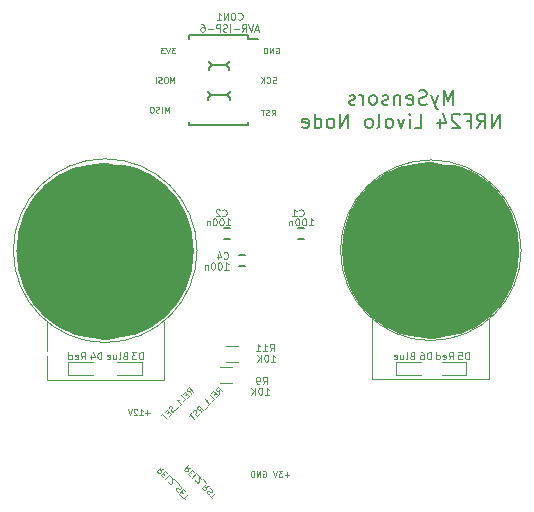
<source format=gbo>
%TF.GenerationSoftware,KiCad,Pcbnew,no-vcs-found-e0b9a21~60~ubuntu16.04.1*%
%TF.CreationDate,2017-10-13T14:44:23+03:00*%
%TF.ProjectId,livolo_2_channels_1way_eu_switch,6C69766F6C6F5F325F6368616E6E656C,rev?*%
%TF.SameCoordinates,Original*%
%TF.FileFunction,Legend,Bot*%
%TF.FilePolarity,Positive*%
%FSLAX46Y46*%
G04 Gerber Fmt 4.6, Leading zero omitted, Abs format (unit mm)*
G04 Created by KiCad (PCBNEW no-vcs-found-e0b9a21~60~ubuntu16.04.1) date Fri Oct 13 14:44:23 2017*
%MOMM*%
%LPD*%
G01*
G04 APERTURE LIST*
%ADD10C,0.120000*%
%ADD11C,0.100000*%
%ADD12C,0.180000*%
%ADD13C,0.150000*%
%ADD14C,7.500000*%
%ADD15O,1.300000X1.600000*%
%ADD16R,2.500000X1.270000*%
%ADD17C,1.500000*%
%ADD18R,0.600000X0.500000*%
%ADD19R,0.600000X0.800000*%
%ADD20R,1.200000X0.900000*%
G04 APERTURE END LIST*
D10*
X144242857Y-111135714D02*
X143861904Y-111135714D01*
X144052380Y-111326190D02*
X144052380Y-110945238D01*
X143671428Y-110826190D02*
X143361904Y-110826190D01*
X143528571Y-111016666D01*
X143457142Y-111016666D01*
X143409523Y-111040476D01*
X143385714Y-111064285D01*
X143361904Y-111111904D01*
X143361904Y-111230952D01*
X143385714Y-111278571D01*
X143409523Y-111302380D01*
X143457142Y-111326190D01*
X143600000Y-111326190D01*
X143647619Y-111302380D01*
X143671428Y-111278571D01*
X143219047Y-110826190D02*
X143052380Y-111326190D01*
X142885714Y-110826190D01*
X135919585Y-104300295D02*
X135869078Y-104014086D01*
X136121616Y-104098265D02*
X135768062Y-103744712D01*
X135633375Y-103879399D01*
X135616539Y-103929906D01*
X135616539Y-103963578D01*
X135633375Y-104014086D01*
X135683883Y-104064593D01*
X135734391Y-104081429D01*
X135768062Y-104081429D01*
X135818570Y-104064593D01*
X135953257Y-103929906D01*
X135582868Y-104266624D02*
X135465017Y-104384475D01*
X135599704Y-104620177D02*
X135768062Y-104451818D01*
X135414509Y-104098265D01*
X135246150Y-104266624D01*
X135279822Y-104940059D02*
X135448181Y-104771700D01*
X135094627Y-104418147D01*
X134976776Y-105243104D02*
X135178807Y-105041074D01*
X135077791Y-105142089D02*
X134724238Y-104788536D01*
X134808417Y-104805372D01*
X134875761Y-104805372D01*
X134926269Y-104788536D01*
X134943104Y-105344120D02*
X134673730Y-105613494D01*
X134555879Y-105630330D02*
X134522208Y-105697673D01*
X134438028Y-105781852D01*
X134387521Y-105798688D01*
X134353849Y-105798688D01*
X134303341Y-105781852D01*
X134269669Y-105748181D01*
X134252834Y-105697673D01*
X134252834Y-105664001D01*
X134269669Y-105613494D01*
X134320177Y-105529314D01*
X134337013Y-105478807D01*
X134337013Y-105445135D01*
X134320177Y-105394627D01*
X134286505Y-105360956D01*
X134235998Y-105344120D01*
X134202326Y-105344120D01*
X134151818Y-105360956D01*
X134067639Y-105445135D01*
X134033967Y-105512478D01*
X134033967Y-105815524D02*
X133916116Y-105933375D01*
X134050803Y-106169078D02*
X134219162Y-106000719D01*
X133865608Y-105647165D01*
X133697250Y-105815524D01*
X133596234Y-105916539D02*
X133394204Y-106118570D01*
X133848773Y-106371108D02*
X133495219Y-106017555D01*
X138336421Y-104283460D02*
X138285913Y-103997250D01*
X138538452Y-104081429D02*
X138184898Y-103727876D01*
X138050211Y-103862563D01*
X138033375Y-103913070D01*
X138033375Y-103946742D01*
X138050211Y-103997250D01*
X138100719Y-104047757D01*
X138151226Y-104064593D01*
X138184898Y-104064593D01*
X138235406Y-104047757D01*
X138370093Y-103913070D01*
X137999704Y-104249788D02*
X137881852Y-104367639D01*
X138016539Y-104603341D02*
X138184898Y-104434982D01*
X137831345Y-104081429D01*
X137662986Y-104249788D01*
X137696658Y-104923223D02*
X137865017Y-104754864D01*
X137511463Y-104401311D01*
X137393612Y-105226269D02*
X137595643Y-105024238D01*
X137494627Y-105125253D02*
X137141074Y-104771700D01*
X137225253Y-104788536D01*
X137292597Y-104788536D01*
X137343104Y-104771700D01*
X137359940Y-105327284D02*
X137090566Y-105596658D01*
X136770685Y-105849196D02*
X136720177Y-105562986D01*
X136972715Y-105647165D02*
X136619162Y-105293612D01*
X136484475Y-105428299D01*
X136467639Y-105478807D01*
X136467639Y-105512478D01*
X136484475Y-105562986D01*
X136534982Y-105613494D01*
X136585490Y-105630330D01*
X136619162Y-105630330D01*
X136669669Y-105613494D01*
X136804356Y-105478807D01*
X136619162Y-105967047D02*
X136585490Y-106034391D01*
X136501311Y-106118570D01*
X136450803Y-106135406D01*
X136417131Y-106135406D01*
X136366624Y-106118570D01*
X136332952Y-106084898D01*
X136316116Y-106034391D01*
X136316116Y-106000719D01*
X136332952Y-105950211D01*
X136383460Y-105866032D01*
X136400295Y-105815524D01*
X136400295Y-105781852D01*
X136383460Y-105731345D01*
X136349788Y-105697673D01*
X136299280Y-105680837D01*
X136265608Y-105680837D01*
X136215101Y-105697673D01*
X136130921Y-105781852D01*
X136097250Y-105849196D01*
X135979399Y-105933375D02*
X135777368Y-106135406D01*
X136231937Y-106387944D02*
X135878383Y-106034391D01*
X135883460Y-110563578D02*
X135597250Y-110614086D01*
X135681429Y-110361547D02*
X135327876Y-110715101D01*
X135462563Y-110849788D01*
X135513070Y-110866624D01*
X135546742Y-110866624D01*
X135597250Y-110849788D01*
X135647757Y-110799280D01*
X135664593Y-110748773D01*
X135664593Y-110715101D01*
X135647757Y-110664593D01*
X135513070Y-110529906D01*
X135849788Y-110900295D02*
X135967639Y-111018147D01*
X136203341Y-110883460D02*
X136034982Y-110715101D01*
X135681429Y-111068654D01*
X135849788Y-111237013D01*
X136523223Y-111203341D02*
X136354864Y-111034982D01*
X136001311Y-111388536D01*
X136304356Y-111624238D02*
X136304356Y-111657910D01*
X136321192Y-111708417D01*
X136405372Y-111792597D01*
X136455879Y-111809433D01*
X136489551Y-111809433D01*
X136540059Y-111792597D01*
X136573730Y-111758925D01*
X136607402Y-111691582D01*
X136607402Y-111287521D01*
X136826269Y-111506387D01*
X136927284Y-111540059D02*
X137196658Y-111809433D01*
X137449196Y-112129314D02*
X137162986Y-112179822D01*
X137247165Y-111927284D02*
X136893612Y-112280837D01*
X137028299Y-112415524D01*
X137078807Y-112432360D01*
X137112478Y-112432360D01*
X137162986Y-112415524D01*
X137213494Y-112365017D01*
X137230330Y-112314509D01*
X137230330Y-112280837D01*
X137213494Y-112230330D01*
X137078807Y-112095643D01*
X137567047Y-112280837D02*
X137634391Y-112314509D01*
X137718570Y-112398688D01*
X137735406Y-112449196D01*
X137735406Y-112482868D01*
X137718570Y-112533375D01*
X137684898Y-112567047D01*
X137634391Y-112583883D01*
X137600719Y-112583883D01*
X137550211Y-112567047D01*
X137466032Y-112516539D01*
X137415524Y-112499704D01*
X137381852Y-112499704D01*
X137331345Y-112516539D01*
X137297673Y-112550211D01*
X137280837Y-112600719D01*
X137280837Y-112634391D01*
X137297673Y-112684898D01*
X137381852Y-112769078D01*
X137449196Y-112802749D01*
X137533375Y-112920600D02*
X137735406Y-113122631D01*
X137987944Y-112668062D02*
X137634391Y-113021616D01*
X133600295Y-110680414D02*
X133314086Y-110730921D01*
X133398265Y-110478383D02*
X133044712Y-110831937D01*
X133179399Y-110966624D01*
X133229906Y-110983460D01*
X133263578Y-110983460D01*
X133314086Y-110966624D01*
X133364593Y-110916116D01*
X133381429Y-110865608D01*
X133381429Y-110831937D01*
X133364593Y-110781429D01*
X133229906Y-110646742D01*
X133566624Y-111017131D02*
X133684475Y-111134982D01*
X133920177Y-111000295D02*
X133751818Y-110831937D01*
X133398265Y-111185490D01*
X133566624Y-111353849D01*
X134240059Y-111320177D02*
X134071700Y-111151818D01*
X133718147Y-111505372D01*
X134021192Y-111741074D02*
X134021192Y-111774746D01*
X134038028Y-111825253D01*
X134122208Y-111909433D01*
X134172715Y-111926269D01*
X134206387Y-111926269D01*
X134256895Y-111909433D01*
X134290566Y-111875761D01*
X134324238Y-111808417D01*
X134324238Y-111404356D01*
X134543104Y-111623223D01*
X134644120Y-111656895D02*
X134913494Y-111926269D01*
X134930330Y-112044120D02*
X134997673Y-112077791D01*
X135081852Y-112161971D01*
X135098688Y-112212478D01*
X135098688Y-112246150D01*
X135081852Y-112296658D01*
X135048181Y-112330330D01*
X134997673Y-112347165D01*
X134964001Y-112347165D01*
X134913494Y-112330330D01*
X134829314Y-112279822D01*
X134778807Y-112262986D01*
X134745135Y-112262986D01*
X134694627Y-112279822D01*
X134660956Y-112313494D01*
X134644120Y-112364001D01*
X134644120Y-112397673D01*
X134660956Y-112448181D01*
X134745135Y-112532360D01*
X134812478Y-112566032D01*
X135115524Y-112566032D02*
X135233375Y-112683883D01*
X135469078Y-112549196D02*
X135300719Y-112380837D01*
X134947165Y-112734391D01*
X135115524Y-112902749D01*
X135216539Y-113003765D02*
X135418570Y-113205795D01*
X135671108Y-112751226D02*
X135317555Y-113104780D01*
D11*
X142773809Y-80726190D02*
X142940476Y-80488095D01*
X143059523Y-80726190D02*
X143059523Y-80226190D01*
X142869047Y-80226190D01*
X142821428Y-80250000D01*
X142797619Y-80273809D01*
X142773809Y-80321428D01*
X142773809Y-80392857D01*
X142797619Y-80440476D01*
X142821428Y-80464285D01*
X142869047Y-80488095D01*
X143059523Y-80488095D01*
X142583333Y-80702380D02*
X142511904Y-80726190D01*
X142392857Y-80726190D01*
X142345238Y-80702380D01*
X142321428Y-80678571D01*
X142297619Y-80630952D01*
X142297619Y-80583333D01*
X142321428Y-80535714D01*
X142345238Y-80511904D01*
X142392857Y-80488095D01*
X142488095Y-80464285D01*
X142535714Y-80440476D01*
X142559523Y-80416666D01*
X142583333Y-80369047D01*
X142583333Y-80321428D01*
X142559523Y-80273809D01*
X142535714Y-80250000D01*
X142488095Y-80226190D01*
X142369047Y-80226190D01*
X142297619Y-80250000D01*
X142154761Y-80226190D02*
X141869047Y-80226190D01*
X142011904Y-80726190D02*
X142011904Y-80226190D01*
X143142857Y-77952380D02*
X143071428Y-77976190D01*
X142952380Y-77976190D01*
X142904761Y-77952380D01*
X142880952Y-77928571D01*
X142857142Y-77880952D01*
X142857142Y-77833333D01*
X142880952Y-77785714D01*
X142904761Y-77761904D01*
X142952380Y-77738095D01*
X143047619Y-77714285D01*
X143095238Y-77690476D01*
X143119047Y-77666666D01*
X143142857Y-77619047D01*
X143142857Y-77571428D01*
X143119047Y-77523809D01*
X143095238Y-77500000D01*
X143047619Y-77476190D01*
X142928571Y-77476190D01*
X142857142Y-77500000D01*
X142357142Y-77928571D02*
X142380952Y-77952380D01*
X142452380Y-77976190D01*
X142500000Y-77976190D01*
X142571428Y-77952380D01*
X142619047Y-77904761D01*
X142642857Y-77857142D01*
X142666666Y-77761904D01*
X142666666Y-77690476D01*
X142642857Y-77595238D01*
X142619047Y-77547619D01*
X142571428Y-77500000D01*
X142500000Y-77476190D01*
X142452380Y-77476190D01*
X142380952Y-77500000D01*
X142357142Y-77523809D01*
X142142857Y-77976190D02*
X142142857Y-77476190D01*
X141857142Y-77976190D02*
X142071428Y-77690476D01*
X141857142Y-77476190D02*
X142142857Y-77761904D01*
X134035714Y-80476190D02*
X134035714Y-79976190D01*
X133869047Y-80333333D01*
X133702380Y-79976190D01*
X133702380Y-80476190D01*
X133464285Y-80476190D02*
X133464285Y-79976190D01*
X133250000Y-80452380D02*
X133178571Y-80476190D01*
X133059523Y-80476190D01*
X133011904Y-80452380D01*
X132988095Y-80428571D01*
X132964285Y-80380952D01*
X132964285Y-80333333D01*
X132988095Y-80285714D01*
X133011904Y-80261904D01*
X133059523Y-80238095D01*
X133154761Y-80214285D01*
X133202380Y-80190476D01*
X133226190Y-80166666D01*
X133250000Y-80119047D01*
X133250000Y-80071428D01*
X133226190Y-80023809D01*
X133202380Y-80000000D01*
X133154761Y-79976190D01*
X133035714Y-79976190D01*
X132964285Y-80000000D01*
X132654761Y-79976190D02*
X132559523Y-79976190D01*
X132511904Y-80000000D01*
X132464285Y-80047619D01*
X132440476Y-80142857D01*
X132440476Y-80309523D01*
X132464285Y-80404761D01*
X132511904Y-80452380D01*
X132559523Y-80476190D01*
X132654761Y-80476190D01*
X132702380Y-80452380D01*
X132750000Y-80404761D01*
X132773809Y-80309523D01*
X132773809Y-80142857D01*
X132750000Y-80047619D01*
X132702380Y-80000000D01*
X132654761Y-79976190D01*
X143130952Y-75000000D02*
X143178571Y-74976190D01*
X143250000Y-74976190D01*
X143321428Y-75000000D01*
X143369047Y-75047619D01*
X143392857Y-75095238D01*
X143416666Y-75190476D01*
X143416666Y-75261904D01*
X143392857Y-75357142D01*
X143369047Y-75404761D01*
X143321428Y-75452380D01*
X143250000Y-75476190D01*
X143202380Y-75476190D01*
X143130952Y-75452380D01*
X143107142Y-75428571D01*
X143107142Y-75261904D01*
X143202380Y-75261904D01*
X142892857Y-75476190D02*
X142892857Y-74976190D01*
X142607142Y-75476190D01*
X142607142Y-74976190D01*
X142369047Y-75476190D02*
X142369047Y-74976190D01*
X142250000Y-74976190D01*
X142178571Y-75000000D01*
X142130952Y-75047619D01*
X142107142Y-75095238D01*
X142083333Y-75190476D01*
X142083333Y-75261904D01*
X142107142Y-75357142D01*
X142130952Y-75404761D01*
X142178571Y-75452380D01*
X142250000Y-75476190D01*
X142369047Y-75476190D01*
X134535714Y-77976190D02*
X134535714Y-77476190D01*
X134369047Y-77833333D01*
X134202380Y-77476190D01*
X134202380Y-77976190D01*
X133869047Y-77476190D02*
X133773809Y-77476190D01*
X133726190Y-77500000D01*
X133678571Y-77547619D01*
X133654761Y-77642857D01*
X133654761Y-77809523D01*
X133678571Y-77904761D01*
X133726190Y-77952380D01*
X133773809Y-77976190D01*
X133869047Y-77976190D01*
X133916666Y-77952380D01*
X133964285Y-77904761D01*
X133988095Y-77809523D01*
X133988095Y-77642857D01*
X133964285Y-77547619D01*
X133916666Y-77500000D01*
X133869047Y-77476190D01*
X133464285Y-77952380D02*
X133392857Y-77976190D01*
X133273809Y-77976190D01*
X133226190Y-77952380D01*
X133202380Y-77928571D01*
X133178571Y-77880952D01*
X133178571Y-77833333D01*
X133202380Y-77785714D01*
X133226190Y-77761904D01*
X133273809Y-77738095D01*
X133369047Y-77714285D01*
X133416666Y-77690476D01*
X133440476Y-77666666D01*
X133464285Y-77619047D01*
X133464285Y-77571428D01*
X133440476Y-77523809D01*
X133416666Y-77500000D01*
X133369047Y-77476190D01*
X133250000Y-77476190D01*
X133178571Y-77500000D01*
X132964285Y-77976190D02*
X132964285Y-77476190D01*
X134619047Y-74976190D02*
X134309523Y-74976190D01*
X134476190Y-75166666D01*
X134404761Y-75166666D01*
X134357142Y-75190476D01*
X134333333Y-75214285D01*
X134309523Y-75261904D01*
X134309523Y-75380952D01*
X134333333Y-75428571D01*
X134357142Y-75452380D01*
X134404761Y-75476190D01*
X134547619Y-75476190D01*
X134595238Y-75452380D01*
X134619047Y-75428571D01*
X134166666Y-74976190D02*
X134000000Y-75476190D01*
X133833333Y-74976190D01*
X133714285Y-74976190D02*
X133404761Y-74976190D01*
X133571428Y-75166666D01*
X133500000Y-75166666D01*
X133452380Y-75190476D01*
X133428571Y-75214285D01*
X133404761Y-75261904D01*
X133404761Y-75380952D01*
X133428571Y-75428571D01*
X133452380Y-75452380D01*
X133500000Y-75476190D01*
X133642857Y-75476190D01*
X133690476Y-75452380D01*
X133714285Y-75428571D01*
D10*
X142030952Y-110850000D02*
X142078571Y-110826190D01*
X142150000Y-110826190D01*
X142221428Y-110850000D01*
X142269047Y-110897619D01*
X142292857Y-110945238D01*
X142316666Y-111040476D01*
X142316666Y-111111904D01*
X142292857Y-111207142D01*
X142269047Y-111254761D01*
X142221428Y-111302380D01*
X142150000Y-111326190D01*
X142102380Y-111326190D01*
X142030952Y-111302380D01*
X142007142Y-111278571D01*
X142007142Y-111111904D01*
X142102380Y-111111904D01*
X141792857Y-111326190D02*
X141792857Y-110826190D01*
X141507142Y-111326190D01*
X141507142Y-110826190D01*
X141269047Y-111326190D02*
X141269047Y-110826190D01*
X141150000Y-110826190D01*
X141078571Y-110850000D01*
X141030952Y-110897619D01*
X141007142Y-110945238D01*
X140983333Y-111040476D01*
X140983333Y-111111904D01*
X141007142Y-111207142D01*
X141030952Y-111254761D01*
X141078571Y-111302380D01*
X141150000Y-111326190D01*
X141269047Y-111326190D01*
X132430952Y-105885714D02*
X132050000Y-105885714D01*
X132240476Y-106076190D02*
X132240476Y-105695238D01*
X131550000Y-106076190D02*
X131835714Y-106076190D01*
X131692857Y-106076190D02*
X131692857Y-105576190D01*
X131740476Y-105647619D01*
X131788095Y-105695238D01*
X131835714Y-105719047D01*
X131359523Y-105623809D02*
X131335714Y-105600000D01*
X131288095Y-105576190D01*
X131169047Y-105576190D01*
X131121428Y-105600000D01*
X131097619Y-105623809D01*
X131073809Y-105671428D01*
X131073809Y-105719047D01*
X131097619Y-105790476D01*
X131383333Y-106076190D01*
X131073809Y-106076190D01*
X130930952Y-105576190D02*
X130764285Y-106076190D01*
X130597619Y-105576190D01*
D12*
X158121428Y-79802857D02*
X158121428Y-78602857D01*
X157721428Y-79460000D01*
X157321428Y-78602857D01*
X157321428Y-79802857D01*
X156864285Y-79002857D02*
X156578571Y-79802857D01*
X156292857Y-79002857D02*
X156578571Y-79802857D01*
X156692857Y-80088571D01*
X156750000Y-80145714D01*
X156864285Y-80202857D01*
X155892857Y-79745714D02*
X155721428Y-79802857D01*
X155435714Y-79802857D01*
X155321428Y-79745714D01*
X155264285Y-79688571D01*
X155207142Y-79574285D01*
X155207142Y-79460000D01*
X155264285Y-79345714D01*
X155321428Y-79288571D01*
X155435714Y-79231428D01*
X155664285Y-79174285D01*
X155778571Y-79117142D01*
X155835714Y-79060000D01*
X155892857Y-78945714D01*
X155892857Y-78831428D01*
X155835714Y-78717142D01*
X155778571Y-78660000D01*
X155664285Y-78602857D01*
X155378571Y-78602857D01*
X155207142Y-78660000D01*
X154235714Y-79745714D02*
X154350000Y-79802857D01*
X154578571Y-79802857D01*
X154692857Y-79745714D01*
X154750000Y-79631428D01*
X154750000Y-79174285D01*
X154692857Y-79060000D01*
X154578571Y-79002857D01*
X154350000Y-79002857D01*
X154235714Y-79060000D01*
X154178571Y-79174285D01*
X154178571Y-79288571D01*
X154750000Y-79402857D01*
X153664285Y-79002857D02*
X153664285Y-79802857D01*
X153664285Y-79117142D02*
X153607142Y-79060000D01*
X153492857Y-79002857D01*
X153321428Y-79002857D01*
X153207142Y-79060000D01*
X153150000Y-79174285D01*
X153150000Y-79802857D01*
X152635714Y-79745714D02*
X152521428Y-79802857D01*
X152292857Y-79802857D01*
X152178571Y-79745714D01*
X152121428Y-79631428D01*
X152121428Y-79574285D01*
X152178571Y-79460000D01*
X152292857Y-79402857D01*
X152464285Y-79402857D01*
X152578571Y-79345714D01*
X152635714Y-79231428D01*
X152635714Y-79174285D01*
X152578571Y-79060000D01*
X152464285Y-79002857D01*
X152292857Y-79002857D01*
X152178571Y-79060000D01*
X151435714Y-79802857D02*
X151550000Y-79745714D01*
X151607142Y-79688571D01*
X151664285Y-79574285D01*
X151664285Y-79231428D01*
X151607142Y-79117142D01*
X151550000Y-79060000D01*
X151435714Y-79002857D01*
X151264285Y-79002857D01*
X151150000Y-79060000D01*
X151092857Y-79117142D01*
X151035714Y-79231428D01*
X151035714Y-79574285D01*
X151092857Y-79688571D01*
X151150000Y-79745714D01*
X151264285Y-79802857D01*
X151435714Y-79802857D01*
X150521428Y-79802857D02*
X150521428Y-79002857D01*
X150521428Y-79231428D02*
X150464285Y-79117142D01*
X150407142Y-79060000D01*
X150292857Y-79002857D01*
X150178571Y-79002857D01*
X149835714Y-79745714D02*
X149721428Y-79802857D01*
X149492857Y-79802857D01*
X149378571Y-79745714D01*
X149321428Y-79631428D01*
X149321428Y-79574285D01*
X149378571Y-79460000D01*
X149492857Y-79402857D01*
X149664285Y-79402857D01*
X149778571Y-79345714D01*
X149835714Y-79231428D01*
X149835714Y-79174285D01*
X149778571Y-79060000D01*
X149664285Y-79002857D01*
X149492857Y-79002857D01*
X149378571Y-79060000D01*
X162121428Y-81782857D02*
X162121428Y-80582857D01*
X161435714Y-81782857D01*
X161435714Y-80582857D01*
X160178571Y-81782857D02*
X160578571Y-81211428D01*
X160864285Y-81782857D02*
X160864285Y-80582857D01*
X160407142Y-80582857D01*
X160292857Y-80640000D01*
X160235714Y-80697142D01*
X160178571Y-80811428D01*
X160178571Y-80982857D01*
X160235714Y-81097142D01*
X160292857Y-81154285D01*
X160407142Y-81211428D01*
X160864285Y-81211428D01*
X159264285Y-81154285D02*
X159664285Y-81154285D01*
X159664285Y-81782857D02*
X159664285Y-80582857D01*
X159092857Y-80582857D01*
X158692857Y-80697142D02*
X158635714Y-80640000D01*
X158521428Y-80582857D01*
X158235714Y-80582857D01*
X158121428Y-80640000D01*
X158064285Y-80697142D01*
X158007142Y-80811428D01*
X158007142Y-80925714D01*
X158064285Y-81097142D01*
X158750000Y-81782857D01*
X158007142Y-81782857D01*
X156978571Y-80982857D02*
X156978571Y-81782857D01*
X157264285Y-80525714D02*
X157550000Y-81382857D01*
X156807142Y-81382857D01*
X154864285Y-81782857D02*
X155435714Y-81782857D01*
X155435714Y-80582857D01*
X154464285Y-81782857D02*
X154464285Y-80982857D01*
X154464285Y-80582857D02*
X154521428Y-80640000D01*
X154464285Y-80697142D01*
X154407142Y-80640000D01*
X154464285Y-80582857D01*
X154464285Y-80697142D01*
X154007142Y-80982857D02*
X153721428Y-81782857D01*
X153435714Y-80982857D01*
X152807142Y-81782857D02*
X152921428Y-81725714D01*
X152978571Y-81668571D01*
X153035714Y-81554285D01*
X153035714Y-81211428D01*
X152978571Y-81097142D01*
X152921428Y-81040000D01*
X152807142Y-80982857D01*
X152635714Y-80982857D01*
X152521428Y-81040000D01*
X152464285Y-81097142D01*
X152407142Y-81211428D01*
X152407142Y-81554285D01*
X152464285Y-81668571D01*
X152521428Y-81725714D01*
X152635714Y-81782857D01*
X152807142Y-81782857D01*
X151721428Y-81782857D02*
X151835714Y-81725714D01*
X151892857Y-81611428D01*
X151892857Y-80582857D01*
X151092857Y-81782857D02*
X151207142Y-81725714D01*
X151264285Y-81668571D01*
X151321428Y-81554285D01*
X151321428Y-81211428D01*
X151264285Y-81097142D01*
X151207142Y-81040000D01*
X151092857Y-80982857D01*
X150921428Y-80982857D01*
X150807142Y-81040000D01*
X150750000Y-81097142D01*
X150692857Y-81211428D01*
X150692857Y-81554285D01*
X150750000Y-81668571D01*
X150807142Y-81725714D01*
X150921428Y-81782857D01*
X151092857Y-81782857D01*
X149264285Y-81782857D02*
X149264285Y-80582857D01*
X148578571Y-81782857D01*
X148578571Y-80582857D01*
X147835714Y-81782857D02*
X147950000Y-81725714D01*
X148007142Y-81668571D01*
X148064285Y-81554285D01*
X148064285Y-81211428D01*
X148007142Y-81097142D01*
X147950000Y-81040000D01*
X147835714Y-80982857D01*
X147664285Y-80982857D01*
X147550000Y-81040000D01*
X147492857Y-81097142D01*
X147435714Y-81211428D01*
X147435714Y-81554285D01*
X147492857Y-81668571D01*
X147550000Y-81725714D01*
X147664285Y-81782857D01*
X147835714Y-81782857D01*
X146407142Y-81782857D02*
X146407142Y-80582857D01*
X146407142Y-81725714D02*
X146521428Y-81782857D01*
X146750000Y-81782857D01*
X146864285Y-81725714D01*
X146921428Y-81668571D01*
X146978571Y-81554285D01*
X146978571Y-81211428D01*
X146921428Y-81097142D01*
X146864285Y-81040000D01*
X146750000Y-80982857D01*
X146521428Y-80982857D01*
X146407142Y-81040000D01*
X145378571Y-81725714D02*
X145492857Y-81782857D01*
X145721428Y-81782857D01*
X145835714Y-81725714D01*
X145892857Y-81611428D01*
X145892857Y-81154285D01*
X145835714Y-81040000D01*
X145721428Y-80982857D01*
X145492857Y-80982857D01*
X145378571Y-81040000D01*
X145321428Y-81154285D01*
X145321428Y-81268571D01*
X145892857Y-81382857D01*
D11*
X151298140Y-103032020D02*
X161166040Y-103032020D01*
X151270200Y-103032020D02*
X151270200Y-97999511D01*
X161170160Y-103032020D02*
X161170160Y-97999511D01*
X123748140Y-103082020D02*
X133616040Y-103082020D01*
X123720200Y-103082020D02*
X123720200Y-98199959D01*
X163892148Y-92134512D02*
G75*
G03X163892148Y-92134512I-7647872J0D01*
G01*
X133620160Y-103082020D02*
X133620160Y-98199959D01*
X136451733Y-92169926D02*
G75*
G03X136451733Y-92169926I-7778209J0D01*
G01*
D13*
X138950152Y-79020000D02*
X137648117Y-79020000D01*
X139250000Y-79274000D02*
X138996000Y-79020000D01*
X138996000Y-79020000D02*
X139250000Y-78766000D01*
X139250000Y-78766000D02*
X139250000Y-78639000D01*
X139250000Y-79401000D02*
X139250000Y-79274000D01*
X139150000Y-76734000D02*
X138896000Y-76480000D01*
X137350000Y-78766000D02*
X137604000Y-79020000D01*
X139150000Y-76226000D02*
X139150000Y-76099000D01*
X137350000Y-79274000D02*
X137350000Y-79401000D01*
X138896000Y-76480000D02*
X139150000Y-76226000D01*
X137604000Y-79020000D02*
X137350000Y-79274000D01*
X139150000Y-76861000D02*
X139150000Y-76734000D01*
X137350000Y-78639000D02*
X137350000Y-78766000D01*
X135750000Y-73940000D02*
X135750000Y-74220000D01*
X137450000Y-76734000D02*
X137450000Y-76861000D01*
X137704000Y-76480000D02*
X137450000Y-76734000D01*
X137450000Y-76226000D02*
X137704000Y-76480000D01*
X137450000Y-76099000D02*
X137450000Y-76226000D01*
X135750000Y-73940000D02*
X140750000Y-73940000D01*
X140750000Y-73940000D02*
X140750000Y-74220000D01*
X140750000Y-81560000D02*
X140750000Y-81280000D01*
X135750000Y-81560000D02*
X140750000Y-81560000D01*
X135750000Y-81560000D02*
X135750000Y-81280000D01*
X138950000Y-76450000D02*
X137650000Y-76450000D01*
X140750000Y-74250000D02*
X141650000Y-74250000D01*
X140000000Y-92525000D02*
X140500000Y-92525000D01*
X140500000Y-93475000D02*
X140000000Y-93475000D01*
X138750000Y-90275000D02*
X139250000Y-90275000D01*
X139250000Y-91225000D02*
X138750000Y-91225000D01*
X145000000Y-90275000D02*
X145500000Y-90275000D01*
X145500000Y-91225000D02*
X145000000Y-91225000D01*
D10*
X131800000Y-101600000D02*
X129700000Y-101600000D01*
X131800000Y-102700000D02*
X129700000Y-102700000D01*
X131800000Y-101600000D02*
X131800000Y-102700000D01*
X125550000Y-102700000D02*
X125550000Y-101600000D01*
X125550000Y-101600000D02*
X127650000Y-101600000D01*
X125550000Y-102700000D02*
X127650000Y-102700000D01*
X159250000Y-101600000D02*
X159250000Y-102700000D01*
X159250000Y-102700000D02*
X157150000Y-102700000D01*
X159250000Y-101600000D02*
X157150000Y-101600000D01*
X153300000Y-102700000D02*
X155400000Y-102700000D01*
X153300000Y-101600000D02*
X155400000Y-101600000D01*
X153300000Y-102700000D02*
X153300000Y-101600000D01*
X138400000Y-103380000D02*
X139400000Y-103380000D01*
X139400000Y-102020000D02*
X138400000Y-102020000D01*
X138900000Y-101580000D02*
X139900000Y-101580000D01*
X139900000Y-100220000D02*
X138900000Y-100220000D01*
D14*
X132404823Y-92210912D02*
G75*
G03X132404823Y-92210912I-3740382J0D01*
G01*
X159966120Y-92133008D02*
G75*
G03X159966120Y-92133008I-3740382J0D01*
G01*
D11*
X139928571Y-72564285D02*
X139957142Y-72592857D01*
X140042857Y-72621428D01*
X140100000Y-72621428D01*
X140185714Y-72592857D01*
X140242857Y-72535714D01*
X140271428Y-72478571D01*
X140300000Y-72364285D01*
X140300000Y-72278571D01*
X140271428Y-72164285D01*
X140242857Y-72107142D01*
X140185714Y-72050000D01*
X140100000Y-72021428D01*
X140042857Y-72021428D01*
X139957142Y-72050000D01*
X139928571Y-72078571D01*
X139557142Y-72021428D02*
X139442857Y-72021428D01*
X139385714Y-72050000D01*
X139328571Y-72107142D01*
X139300000Y-72221428D01*
X139300000Y-72421428D01*
X139328571Y-72535714D01*
X139385714Y-72592857D01*
X139442857Y-72621428D01*
X139557142Y-72621428D01*
X139614285Y-72592857D01*
X139671428Y-72535714D01*
X139700000Y-72421428D01*
X139700000Y-72221428D01*
X139671428Y-72107142D01*
X139614285Y-72050000D01*
X139557142Y-72021428D01*
X139042857Y-72621428D02*
X139042857Y-72021428D01*
X138700000Y-72621428D01*
X138700000Y-72021428D01*
X138100000Y-72621428D02*
X138442857Y-72621428D01*
X138271428Y-72621428D02*
X138271428Y-72021428D01*
X138328571Y-72107142D01*
X138385714Y-72164285D01*
X138442857Y-72192857D01*
X141657142Y-73450000D02*
X141371428Y-73450000D01*
X141714285Y-73621428D02*
X141514285Y-73021428D01*
X141314285Y-73621428D01*
X141200000Y-73021428D02*
X141000000Y-73621428D01*
X140800000Y-73021428D01*
X140257142Y-73621428D02*
X140457142Y-73335714D01*
X140600000Y-73621428D02*
X140600000Y-73021428D01*
X140371428Y-73021428D01*
X140314285Y-73050000D01*
X140285714Y-73078571D01*
X140257142Y-73135714D01*
X140257142Y-73221428D01*
X140285714Y-73278571D01*
X140314285Y-73307142D01*
X140371428Y-73335714D01*
X140600000Y-73335714D01*
X140000000Y-73392857D02*
X139542857Y-73392857D01*
X139257142Y-73621428D02*
X139257142Y-73021428D01*
X139000000Y-73592857D02*
X138914285Y-73621428D01*
X138771428Y-73621428D01*
X138714285Y-73592857D01*
X138685714Y-73564285D01*
X138657142Y-73507142D01*
X138657142Y-73450000D01*
X138685714Y-73392857D01*
X138714285Y-73364285D01*
X138771428Y-73335714D01*
X138885714Y-73307142D01*
X138942857Y-73278571D01*
X138971428Y-73250000D01*
X139000000Y-73192857D01*
X139000000Y-73135714D01*
X138971428Y-73078571D01*
X138942857Y-73050000D01*
X138885714Y-73021428D01*
X138742857Y-73021428D01*
X138657142Y-73050000D01*
X138400000Y-73621428D02*
X138400000Y-73021428D01*
X138171428Y-73021428D01*
X138114285Y-73050000D01*
X138085714Y-73078571D01*
X138057142Y-73135714D01*
X138057142Y-73221428D01*
X138085714Y-73278571D01*
X138114285Y-73307142D01*
X138171428Y-73335714D01*
X138400000Y-73335714D01*
X137800000Y-73392857D02*
X137342857Y-73392857D01*
X136800000Y-73021428D02*
X136914285Y-73021428D01*
X136971428Y-73050000D01*
X137000000Y-73078571D01*
X137057142Y-73164285D01*
X137085714Y-73278571D01*
X137085714Y-73507142D01*
X137057142Y-73564285D01*
X137028571Y-73592857D01*
X136971428Y-73621428D01*
X136857142Y-73621428D01*
X136800000Y-73592857D01*
X136771428Y-73564285D01*
X136742857Y-73507142D01*
X136742857Y-73364285D01*
X136771428Y-73307142D01*
X136800000Y-73278571D01*
X136857142Y-73250000D01*
X136971428Y-73250000D01*
X137028571Y-73278571D01*
X137057142Y-73307142D01*
X137085714Y-73364285D01*
X138700000Y-92814285D02*
X138728571Y-92842857D01*
X138814285Y-92871428D01*
X138871428Y-92871428D01*
X138957142Y-92842857D01*
X139014285Y-92785714D01*
X139042857Y-92728571D01*
X139071428Y-92614285D01*
X139071428Y-92528571D01*
X139042857Y-92414285D01*
X139014285Y-92357142D01*
X138957142Y-92300000D01*
X138871428Y-92271428D01*
X138814285Y-92271428D01*
X138728571Y-92300000D01*
X138700000Y-92328571D01*
X138185714Y-92471428D02*
X138185714Y-92871428D01*
X138328571Y-92242857D02*
X138471428Y-92671428D01*
X138100000Y-92671428D01*
X138771428Y-93771428D02*
X139114285Y-93771428D01*
X138942857Y-93771428D02*
X138942857Y-93171428D01*
X139000000Y-93257142D01*
X139057142Y-93314285D01*
X139114285Y-93342857D01*
X138400000Y-93171428D02*
X138342857Y-93171428D01*
X138285714Y-93200000D01*
X138257142Y-93228571D01*
X138228571Y-93285714D01*
X138200000Y-93400000D01*
X138200000Y-93542857D01*
X138228571Y-93657142D01*
X138257142Y-93714285D01*
X138285714Y-93742857D01*
X138342857Y-93771428D01*
X138400000Y-93771428D01*
X138457142Y-93742857D01*
X138485714Y-93714285D01*
X138514285Y-93657142D01*
X138542857Y-93542857D01*
X138542857Y-93400000D01*
X138514285Y-93285714D01*
X138485714Y-93228571D01*
X138457142Y-93200000D01*
X138400000Y-93171428D01*
X137828571Y-93171428D02*
X137771428Y-93171428D01*
X137714285Y-93200000D01*
X137685714Y-93228571D01*
X137657142Y-93285714D01*
X137628571Y-93400000D01*
X137628571Y-93542857D01*
X137657142Y-93657142D01*
X137685714Y-93714285D01*
X137714285Y-93742857D01*
X137771428Y-93771428D01*
X137828571Y-93771428D01*
X137885714Y-93742857D01*
X137914285Y-93714285D01*
X137942857Y-93657142D01*
X137971428Y-93542857D01*
X137971428Y-93400000D01*
X137942857Y-93285714D01*
X137914285Y-93228571D01*
X137885714Y-93200000D01*
X137828571Y-93171428D01*
X137371428Y-93371428D02*
X137371428Y-93771428D01*
X137371428Y-93428571D02*
X137342857Y-93400000D01*
X137285714Y-93371428D01*
X137200000Y-93371428D01*
X137142857Y-93400000D01*
X137114285Y-93457142D01*
X137114285Y-93771428D01*
X138600000Y-89214285D02*
X138628571Y-89242857D01*
X138714285Y-89271428D01*
X138771428Y-89271428D01*
X138857142Y-89242857D01*
X138914285Y-89185714D01*
X138942857Y-89128571D01*
X138971428Y-89014285D01*
X138971428Y-88928571D01*
X138942857Y-88814285D01*
X138914285Y-88757142D01*
X138857142Y-88700000D01*
X138771428Y-88671428D01*
X138714285Y-88671428D01*
X138628571Y-88700000D01*
X138600000Y-88728571D01*
X138371428Y-88728571D02*
X138342857Y-88700000D01*
X138285714Y-88671428D01*
X138142857Y-88671428D01*
X138085714Y-88700000D01*
X138057142Y-88728571D01*
X138028571Y-88785714D01*
X138028571Y-88842857D01*
X138057142Y-88928571D01*
X138400000Y-89271428D01*
X138028571Y-89271428D01*
X138921428Y-90021428D02*
X139264285Y-90021428D01*
X139092857Y-90021428D02*
X139092857Y-89421428D01*
X139150000Y-89507142D01*
X139207142Y-89564285D01*
X139264285Y-89592857D01*
X138550000Y-89421428D02*
X138492857Y-89421428D01*
X138435714Y-89450000D01*
X138407142Y-89478571D01*
X138378571Y-89535714D01*
X138350000Y-89650000D01*
X138350000Y-89792857D01*
X138378571Y-89907142D01*
X138407142Y-89964285D01*
X138435714Y-89992857D01*
X138492857Y-90021428D01*
X138550000Y-90021428D01*
X138607142Y-89992857D01*
X138635714Y-89964285D01*
X138664285Y-89907142D01*
X138692857Y-89792857D01*
X138692857Y-89650000D01*
X138664285Y-89535714D01*
X138635714Y-89478571D01*
X138607142Y-89450000D01*
X138550000Y-89421428D01*
X137978571Y-89421428D02*
X137921428Y-89421428D01*
X137864285Y-89450000D01*
X137835714Y-89478571D01*
X137807142Y-89535714D01*
X137778571Y-89650000D01*
X137778571Y-89792857D01*
X137807142Y-89907142D01*
X137835714Y-89964285D01*
X137864285Y-89992857D01*
X137921428Y-90021428D01*
X137978571Y-90021428D01*
X138035714Y-89992857D01*
X138064285Y-89964285D01*
X138092857Y-89907142D01*
X138121428Y-89792857D01*
X138121428Y-89650000D01*
X138092857Y-89535714D01*
X138064285Y-89478571D01*
X138035714Y-89450000D01*
X137978571Y-89421428D01*
X137521428Y-89621428D02*
X137521428Y-90021428D01*
X137521428Y-89678571D02*
X137492857Y-89650000D01*
X137435714Y-89621428D01*
X137350000Y-89621428D01*
X137292857Y-89650000D01*
X137264285Y-89707142D01*
X137264285Y-90021428D01*
X145100000Y-89214285D02*
X145128571Y-89242857D01*
X145214285Y-89271428D01*
X145271428Y-89271428D01*
X145357142Y-89242857D01*
X145414285Y-89185714D01*
X145442857Y-89128571D01*
X145471428Y-89014285D01*
X145471428Y-88928571D01*
X145442857Y-88814285D01*
X145414285Y-88757142D01*
X145357142Y-88700000D01*
X145271428Y-88671428D01*
X145214285Y-88671428D01*
X145128571Y-88700000D01*
X145100000Y-88728571D01*
X144528571Y-89271428D02*
X144871428Y-89271428D01*
X144700000Y-89271428D02*
X144700000Y-88671428D01*
X144757142Y-88757142D01*
X144814285Y-88814285D01*
X144871428Y-88842857D01*
X145921428Y-90021428D02*
X146264285Y-90021428D01*
X146092857Y-90021428D02*
X146092857Y-89421428D01*
X146150000Y-89507142D01*
X146207142Y-89564285D01*
X146264285Y-89592857D01*
X145550000Y-89421428D02*
X145492857Y-89421428D01*
X145435714Y-89450000D01*
X145407142Y-89478571D01*
X145378571Y-89535714D01*
X145350000Y-89650000D01*
X145350000Y-89792857D01*
X145378571Y-89907142D01*
X145407142Y-89964285D01*
X145435714Y-89992857D01*
X145492857Y-90021428D01*
X145550000Y-90021428D01*
X145607142Y-89992857D01*
X145635714Y-89964285D01*
X145664285Y-89907142D01*
X145692857Y-89792857D01*
X145692857Y-89650000D01*
X145664285Y-89535714D01*
X145635714Y-89478571D01*
X145607142Y-89450000D01*
X145550000Y-89421428D01*
X144978571Y-89421428D02*
X144921428Y-89421428D01*
X144864285Y-89450000D01*
X144835714Y-89478571D01*
X144807142Y-89535714D01*
X144778571Y-89650000D01*
X144778571Y-89792857D01*
X144807142Y-89907142D01*
X144835714Y-89964285D01*
X144864285Y-89992857D01*
X144921428Y-90021428D01*
X144978571Y-90021428D01*
X145035714Y-89992857D01*
X145064285Y-89964285D01*
X145092857Y-89907142D01*
X145121428Y-89792857D01*
X145121428Y-89650000D01*
X145092857Y-89535714D01*
X145064285Y-89478571D01*
X145035714Y-89450000D01*
X144978571Y-89421428D01*
X144521428Y-89621428D02*
X144521428Y-90021428D01*
X144521428Y-89678571D02*
X144492857Y-89650000D01*
X144435714Y-89621428D01*
X144350000Y-89621428D01*
X144292857Y-89650000D01*
X144264285Y-89707142D01*
X144264285Y-90021428D01*
X131842857Y-101371428D02*
X131842857Y-100771428D01*
X131700000Y-100771428D01*
X131614285Y-100800000D01*
X131557142Y-100857142D01*
X131528571Y-100914285D01*
X131500000Y-101028571D01*
X131500000Y-101114285D01*
X131528571Y-101228571D01*
X131557142Y-101285714D01*
X131614285Y-101342857D01*
X131700000Y-101371428D01*
X131842857Y-101371428D01*
X131300000Y-100771428D02*
X130928571Y-100771428D01*
X131128571Y-101000000D01*
X131042857Y-101000000D01*
X130985714Y-101028571D01*
X130957142Y-101057142D01*
X130928571Y-101114285D01*
X130928571Y-101257142D01*
X130957142Y-101314285D01*
X130985714Y-101342857D01*
X131042857Y-101371428D01*
X131214285Y-101371428D01*
X131271428Y-101342857D01*
X131300000Y-101314285D01*
X130342857Y-101057142D02*
X130257142Y-101085714D01*
X130228571Y-101114285D01*
X130200000Y-101171428D01*
X130200000Y-101257142D01*
X130228571Y-101314285D01*
X130257142Y-101342857D01*
X130314285Y-101371428D01*
X130542857Y-101371428D01*
X130542857Y-100771428D01*
X130342857Y-100771428D01*
X130285714Y-100800000D01*
X130257142Y-100828571D01*
X130228571Y-100885714D01*
X130228571Y-100942857D01*
X130257142Y-101000000D01*
X130285714Y-101028571D01*
X130342857Y-101057142D01*
X130542857Y-101057142D01*
X129857142Y-101371428D02*
X129914285Y-101342857D01*
X129942857Y-101285714D01*
X129942857Y-100771428D01*
X129371428Y-100971428D02*
X129371428Y-101371428D01*
X129628571Y-100971428D02*
X129628571Y-101285714D01*
X129600000Y-101342857D01*
X129542857Y-101371428D01*
X129457142Y-101371428D01*
X129400000Y-101342857D01*
X129371428Y-101314285D01*
X128857142Y-101342857D02*
X128914285Y-101371428D01*
X129028571Y-101371428D01*
X129085714Y-101342857D01*
X129114285Y-101285714D01*
X129114285Y-101057142D01*
X129085714Y-101000000D01*
X129028571Y-100971428D01*
X128914285Y-100971428D01*
X128857142Y-101000000D01*
X128828571Y-101057142D01*
X128828571Y-101114285D01*
X129114285Y-101171428D01*
X128342857Y-101371428D02*
X128342857Y-100771428D01*
X128200000Y-100771428D01*
X128114285Y-100800000D01*
X128057142Y-100857142D01*
X128028571Y-100914285D01*
X128000000Y-101028571D01*
X128000000Y-101114285D01*
X128028571Y-101228571D01*
X128057142Y-101285714D01*
X128114285Y-101342857D01*
X128200000Y-101371428D01*
X128342857Y-101371428D01*
X127485714Y-100971428D02*
X127485714Y-101371428D01*
X127628571Y-100742857D02*
X127771428Y-101171428D01*
X127400000Y-101171428D01*
X126592857Y-101371428D02*
X126792857Y-101085714D01*
X126935714Y-101371428D02*
X126935714Y-100771428D01*
X126707142Y-100771428D01*
X126650000Y-100800000D01*
X126621428Y-100828571D01*
X126592857Y-100885714D01*
X126592857Y-100971428D01*
X126621428Y-101028571D01*
X126650000Y-101057142D01*
X126707142Y-101085714D01*
X126935714Y-101085714D01*
X126107142Y-101342857D02*
X126164285Y-101371428D01*
X126278571Y-101371428D01*
X126335714Y-101342857D01*
X126364285Y-101285714D01*
X126364285Y-101057142D01*
X126335714Y-101000000D01*
X126278571Y-100971428D01*
X126164285Y-100971428D01*
X126107142Y-101000000D01*
X126078571Y-101057142D01*
X126078571Y-101114285D01*
X126364285Y-101171428D01*
X125564285Y-101371428D02*
X125564285Y-100771428D01*
X125564285Y-101342857D02*
X125621428Y-101371428D01*
X125735714Y-101371428D01*
X125792857Y-101342857D01*
X125821428Y-101314285D01*
X125850000Y-101257142D01*
X125850000Y-101085714D01*
X125821428Y-101028571D01*
X125792857Y-101000000D01*
X125735714Y-100971428D01*
X125621428Y-100971428D01*
X125564285Y-101000000D01*
X159442857Y-101371428D02*
X159442857Y-100771428D01*
X159300000Y-100771428D01*
X159214285Y-100800000D01*
X159157142Y-100857142D01*
X159128571Y-100914285D01*
X159100000Y-101028571D01*
X159100000Y-101114285D01*
X159128571Y-101228571D01*
X159157142Y-101285714D01*
X159214285Y-101342857D01*
X159300000Y-101371428D01*
X159442857Y-101371428D01*
X158557142Y-100771428D02*
X158842857Y-100771428D01*
X158871428Y-101057142D01*
X158842857Y-101028571D01*
X158785714Y-101000000D01*
X158642857Y-101000000D01*
X158585714Y-101028571D01*
X158557142Y-101057142D01*
X158528571Y-101114285D01*
X158528571Y-101257142D01*
X158557142Y-101314285D01*
X158585714Y-101342857D01*
X158642857Y-101371428D01*
X158785714Y-101371428D01*
X158842857Y-101342857D01*
X158871428Y-101314285D01*
X157742857Y-101371428D02*
X157942857Y-101085714D01*
X158085714Y-101371428D02*
X158085714Y-100771428D01*
X157857142Y-100771428D01*
X157800000Y-100800000D01*
X157771428Y-100828571D01*
X157742857Y-100885714D01*
X157742857Y-100971428D01*
X157771428Y-101028571D01*
X157800000Y-101057142D01*
X157857142Y-101085714D01*
X158085714Y-101085714D01*
X157257142Y-101342857D02*
X157314285Y-101371428D01*
X157428571Y-101371428D01*
X157485714Y-101342857D01*
X157514285Y-101285714D01*
X157514285Y-101057142D01*
X157485714Y-101000000D01*
X157428571Y-100971428D01*
X157314285Y-100971428D01*
X157257142Y-101000000D01*
X157228571Y-101057142D01*
X157228571Y-101114285D01*
X157514285Y-101171428D01*
X156714285Y-101371428D02*
X156714285Y-100771428D01*
X156714285Y-101342857D02*
X156771428Y-101371428D01*
X156885714Y-101371428D01*
X156942857Y-101342857D01*
X156971428Y-101314285D01*
X157000000Y-101257142D01*
X157000000Y-101085714D01*
X156971428Y-101028571D01*
X156942857Y-101000000D01*
X156885714Y-100971428D01*
X156771428Y-100971428D01*
X156714285Y-101000000D01*
X156242857Y-101371428D02*
X156242857Y-100771428D01*
X156100000Y-100771428D01*
X156014285Y-100800000D01*
X155957142Y-100857142D01*
X155928571Y-100914285D01*
X155900000Y-101028571D01*
X155900000Y-101114285D01*
X155928571Y-101228571D01*
X155957142Y-101285714D01*
X156014285Y-101342857D01*
X156100000Y-101371428D01*
X156242857Y-101371428D01*
X155385714Y-100771428D02*
X155500000Y-100771428D01*
X155557142Y-100800000D01*
X155585714Y-100828571D01*
X155642857Y-100914285D01*
X155671428Y-101028571D01*
X155671428Y-101257142D01*
X155642857Y-101314285D01*
X155614285Y-101342857D01*
X155557142Y-101371428D01*
X155442857Y-101371428D01*
X155385714Y-101342857D01*
X155357142Y-101314285D01*
X155328571Y-101257142D01*
X155328571Y-101114285D01*
X155357142Y-101057142D01*
X155385714Y-101028571D01*
X155442857Y-101000000D01*
X155557142Y-101000000D01*
X155614285Y-101028571D01*
X155642857Y-101057142D01*
X155671428Y-101114285D01*
X154642857Y-101057142D02*
X154557142Y-101085714D01*
X154528571Y-101114285D01*
X154500000Y-101171428D01*
X154500000Y-101257142D01*
X154528571Y-101314285D01*
X154557142Y-101342857D01*
X154614285Y-101371428D01*
X154842857Y-101371428D01*
X154842857Y-100771428D01*
X154642857Y-100771428D01*
X154585714Y-100800000D01*
X154557142Y-100828571D01*
X154528571Y-100885714D01*
X154528571Y-100942857D01*
X154557142Y-101000000D01*
X154585714Y-101028571D01*
X154642857Y-101057142D01*
X154842857Y-101057142D01*
X154157142Y-101371428D02*
X154214285Y-101342857D01*
X154242857Y-101285714D01*
X154242857Y-100771428D01*
X153671428Y-100971428D02*
X153671428Y-101371428D01*
X153928571Y-100971428D02*
X153928571Y-101285714D01*
X153900000Y-101342857D01*
X153842857Y-101371428D01*
X153757142Y-101371428D01*
X153700000Y-101342857D01*
X153671428Y-101314285D01*
X153157142Y-101342857D02*
X153214285Y-101371428D01*
X153328571Y-101371428D01*
X153385714Y-101342857D01*
X153414285Y-101285714D01*
X153414285Y-101057142D01*
X153385714Y-101000000D01*
X153328571Y-100971428D01*
X153214285Y-100971428D01*
X153157142Y-101000000D01*
X153128571Y-101057142D01*
X153128571Y-101114285D01*
X153414285Y-101171428D01*
X142000000Y-103471428D02*
X142200000Y-103185714D01*
X142342857Y-103471428D02*
X142342857Y-102871428D01*
X142114285Y-102871428D01*
X142057142Y-102900000D01*
X142028571Y-102928571D01*
X142000000Y-102985714D01*
X142000000Y-103071428D01*
X142028571Y-103128571D01*
X142057142Y-103157142D01*
X142114285Y-103185714D01*
X142342857Y-103185714D01*
X141714285Y-103471428D02*
X141600000Y-103471428D01*
X141542857Y-103442857D01*
X141514285Y-103414285D01*
X141457142Y-103328571D01*
X141428571Y-103214285D01*
X141428571Y-102985714D01*
X141457142Y-102928571D01*
X141485714Y-102900000D01*
X141542857Y-102871428D01*
X141657142Y-102871428D01*
X141714285Y-102900000D01*
X141742857Y-102928571D01*
X141771428Y-102985714D01*
X141771428Y-103128571D01*
X141742857Y-103185714D01*
X141714285Y-103214285D01*
X141657142Y-103242857D01*
X141542857Y-103242857D01*
X141485714Y-103214285D01*
X141457142Y-103185714D01*
X141428571Y-103128571D01*
X142214285Y-104371428D02*
X142557142Y-104371428D01*
X142385714Y-104371428D02*
X142385714Y-103771428D01*
X142442857Y-103857142D01*
X142500000Y-103914285D01*
X142557142Y-103942857D01*
X141842857Y-103771428D02*
X141785714Y-103771428D01*
X141728571Y-103800000D01*
X141700000Y-103828571D01*
X141671428Y-103885714D01*
X141642857Y-104000000D01*
X141642857Y-104142857D01*
X141671428Y-104257142D01*
X141700000Y-104314285D01*
X141728571Y-104342857D01*
X141785714Y-104371428D01*
X141842857Y-104371428D01*
X141900000Y-104342857D01*
X141928571Y-104314285D01*
X141957142Y-104257142D01*
X141985714Y-104142857D01*
X141985714Y-104000000D01*
X141957142Y-103885714D01*
X141928571Y-103828571D01*
X141900000Y-103800000D01*
X141842857Y-103771428D01*
X141385714Y-104371428D02*
X141385714Y-103771428D01*
X141042857Y-104371428D02*
X141300000Y-104028571D01*
X141042857Y-103771428D02*
X141385714Y-104114285D01*
X142585714Y-100671428D02*
X142785714Y-100385714D01*
X142928571Y-100671428D02*
X142928571Y-100071428D01*
X142700000Y-100071428D01*
X142642857Y-100100000D01*
X142614285Y-100128571D01*
X142585714Y-100185714D01*
X142585714Y-100271428D01*
X142614285Y-100328571D01*
X142642857Y-100357142D01*
X142700000Y-100385714D01*
X142928571Y-100385714D01*
X142014285Y-100671428D02*
X142357142Y-100671428D01*
X142185714Y-100671428D02*
X142185714Y-100071428D01*
X142242857Y-100157142D01*
X142300000Y-100214285D01*
X142357142Y-100242857D01*
X141442857Y-100671428D02*
X141785714Y-100671428D01*
X141614285Y-100671428D02*
X141614285Y-100071428D01*
X141671428Y-100157142D01*
X141728571Y-100214285D01*
X141785714Y-100242857D01*
X142714285Y-101571428D02*
X143057142Y-101571428D01*
X142885714Y-101571428D02*
X142885714Y-100971428D01*
X142942857Y-101057142D01*
X143000000Y-101114285D01*
X143057142Y-101142857D01*
X142342857Y-100971428D02*
X142285714Y-100971428D01*
X142228571Y-101000000D01*
X142200000Y-101028571D01*
X142171428Y-101085714D01*
X142142857Y-101200000D01*
X142142857Y-101342857D01*
X142171428Y-101457142D01*
X142200000Y-101514285D01*
X142228571Y-101542857D01*
X142285714Y-101571428D01*
X142342857Y-101571428D01*
X142400000Y-101542857D01*
X142428571Y-101514285D01*
X142457142Y-101457142D01*
X142485714Y-101342857D01*
X142485714Y-101200000D01*
X142457142Y-101085714D01*
X142428571Y-101028571D01*
X142400000Y-101000000D01*
X142342857Y-100971428D01*
X141885714Y-101571428D02*
X141885714Y-100971428D01*
X141542857Y-101571428D02*
X141800000Y-101228571D01*
X141542857Y-100971428D02*
X141885714Y-101314285D01*
%LPC*%
D15*
X143650000Y-107550000D03*
X143650000Y-109550000D03*
X141650000Y-107550000D03*
X141650000Y-109550000D03*
X139650000Y-107550000D03*
X139650000Y-109550000D03*
X137650000Y-107550000D03*
X137650000Y-109550000D03*
X135650000Y-107550000D03*
X135650000Y-109550000D03*
X133650000Y-107550000D03*
X133650000Y-109550000D03*
X131650000Y-107550000D03*
X131650000Y-109550000D03*
D16*
X136250000Y-75210000D03*
X136250000Y-77750000D03*
X136250000Y-80290000D03*
X140250000Y-80290000D03*
X140250000Y-77750000D03*
X140250000Y-75250000D03*
D17*
X152100000Y-100850000D03*
X160300000Y-100850000D03*
X132700000Y-100900000D03*
X124500000Y-100900000D03*
D18*
X140800000Y-93000000D03*
X139700000Y-93000000D03*
X139550000Y-90750000D03*
X138450000Y-90750000D03*
X145800000Y-90750000D03*
X144700000Y-90750000D03*
D19*
X129650000Y-102150000D03*
X131350000Y-102150000D03*
X126000000Y-102150000D03*
X127700000Y-102150000D03*
X158800000Y-102150000D03*
X157100000Y-102150000D03*
X155450000Y-102150000D03*
X153750000Y-102150000D03*
D20*
X140000000Y-102700000D03*
X137800000Y-102700000D03*
X140500000Y-100900000D03*
X138300000Y-100900000D03*
M02*

</source>
